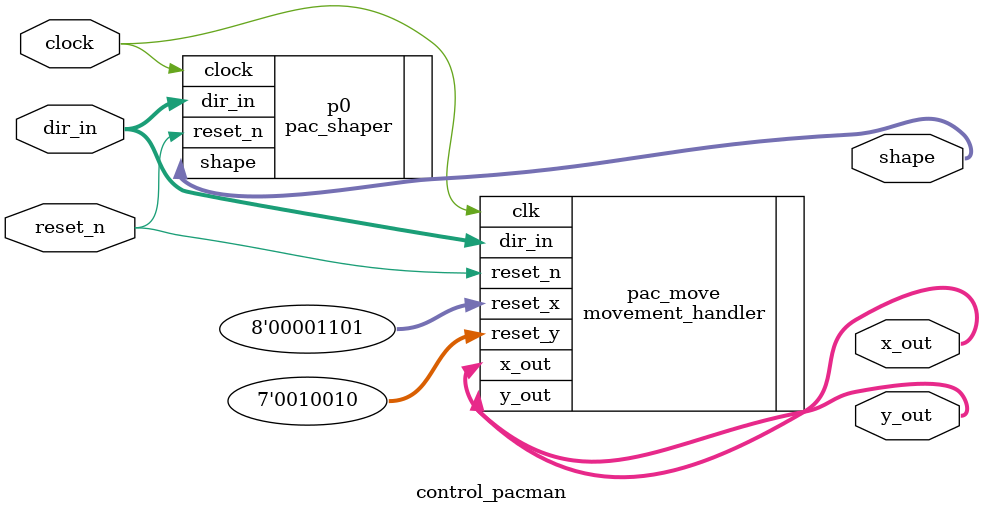
<source format=v>
module control_pacman(shape, x_out, y_out, clock, reset_n, dir_in);

	input clock,reset_n;
	input [2:0] dir_in;
	output [24:0] shape;
	output [7:0] x_out;
	output [6:0] y_out;

	localparam  DEFAULT_X = 8'd13, DEFAULT_Y = 7'd18;

	//Assign to shape the correct shape for the pac-man
	pac_shaper p0(.shape(shape), 
	              .dir_in(dir_in), 
					  .clock(clock), 
					  .reset_n(reset_n));
					  
	//Assign the resulting x and y coordinates to the x and y outputs
	movement_handler pac_move(.clk(clock),
	                          .dir_in(dir_in), 
									  .reset_n(reset_n), 
									  .reset_x(DEFAULT_X), 
									  .reset_y(DEFAULT_Y), 
									  .x_out(x_out), 
									  .y_out(y_out));

endmodule
</source>
